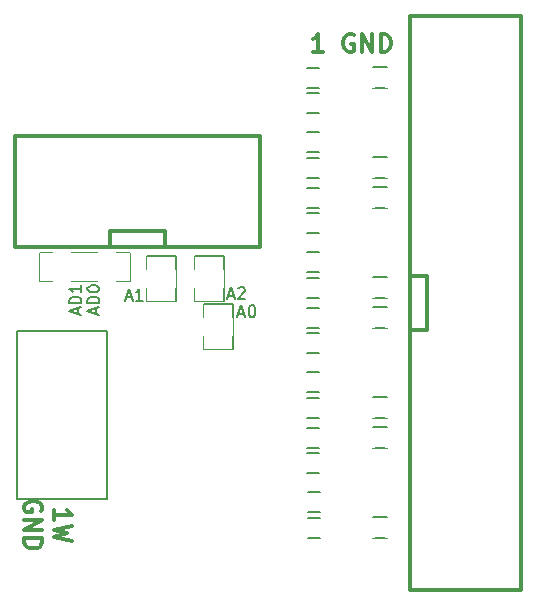
<source format=gbr>
G04 #@! TF.FileFunction,Legend,Top*
%FSLAX46Y46*%
G04 Gerber Fmt 4.6, Leading zero omitted, Abs format (unit mm)*
G04 Created by KiCad (PCBNEW 4.0.5) date 07/26/17 23:20:59*
%MOMM*%
%LPD*%
G01*
G04 APERTURE LIST*
%ADD10C,0.100000*%
%ADD11C,0.300000*%
%ADD12C,0.304800*%
%ADD13C,0.299720*%
%ADD14C,0.150000*%
%ADD15C,0.200000*%
%ADD16O,1.900000X2.400000*%
%ADD17R,1.900000X2.400000*%
%ADD18R,1.900000X1.650000*%
%ADD19R,2.400000X1.400000*%
%ADD20R,2.600000X1.600000*%
%ADD21R,1.900000X1.700000*%
%ADD22R,1.400000X2.400000*%
%ADD23R,1.600000X2.600000*%
%ADD24C,2.000000*%
%ADD25O,2.400000X1.900000*%
%ADD26R,2.400000X1.900000*%
%ADD27C,4.700000*%
G04 APERTURE END LIST*
D10*
D11*
X180571429Y-100678571D02*
X179714286Y-100678571D01*
X180142858Y-100678571D02*
X180142858Y-99178571D01*
X180000001Y-99392857D01*
X179857143Y-99535714D01*
X179714286Y-99607143D01*
X183142857Y-99250000D02*
X183000000Y-99178571D01*
X182785714Y-99178571D01*
X182571429Y-99250000D01*
X182428571Y-99392857D01*
X182357143Y-99535714D01*
X182285714Y-99821429D01*
X182285714Y-100035714D01*
X182357143Y-100321429D01*
X182428571Y-100464286D01*
X182571429Y-100607143D01*
X182785714Y-100678571D01*
X182928571Y-100678571D01*
X183142857Y-100607143D01*
X183214286Y-100535714D01*
X183214286Y-100035714D01*
X182928571Y-100035714D01*
X183857143Y-100678571D02*
X183857143Y-99178571D01*
X184714286Y-100678571D01*
X184714286Y-99178571D01*
X185428572Y-100678571D02*
X185428572Y-99178571D01*
X185785715Y-99178571D01*
X186000000Y-99250000D01*
X186142858Y-99392857D01*
X186214286Y-99535714D01*
X186285715Y-99821429D01*
X186285715Y-100035714D01*
X186214286Y-100321429D01*
X186142858Y-100464286D01*
X186000000Y-100607143D01*
X185785715Y-100678571D01*
X185428572Y-100678571D01*
X157822429Y-140287429D02*
X157822429Y-139430286D01*
X157822429Y-139858858D02*
X159322429Y-139858858D01*
X159108143Y-139716001D01*
X158965286Y-139573143D01*
X158893857Y-139430286D01*
X159322429Y-140787429D02*
X157822429Y-141144572D01*
X158893857Y-141430286D01*
X157822429Y-141716000D01*
X159322429Y-142073143D01*
X156701000Y-139573143D02*
X156772429Y-139430286D01*
X156772429Y-139216000D01*
X156701000Y-139001715D01*
X156558143Y-138858857D01*
X156415286Y-138787429D01*
X156129571Y-138716000D01*
X155915286Y-138716000D01*
X155629571Y-138787429D01*
X155486714Y-138858857D01*
X155343857Y-139001715D01*
X155272429Y-139216000D01*
X155272429Y-139358857D01*
X155343857Y-139573143D01*
X155415286Y-139644572D01*
X155915286Y-139644572D01*
X155915286Y-139358857D01*
X155272429Y-140287429D02*
X156772429Y-140287429D01*
X155272429Y-141144572D01*
X156772429Y-141144572D01*
X155272429Y-141858858D02*
X156772429Y-141858858D01*
X156772429Y-142216001D01*
X156701000Y-142430286D01*
X156558143Y-142573144D01*
X156415286Y-142644572D01*
X156129571Y-142716001D01*
X155915286Y-142716001D01*
X155629571Y-142644572D01*
X155486714Y-142573144D01*
X155343857Y-142430286D01*
X155272429Y-142216001D01*
X155272429Y-141858858D01*
D12*
X154446000Y-117222000D02*
X175246000Y-117222000D01*
X175246000Y-107822000D02*
X154446000Y-107822000D01*
X154446000Y-107822000D02*
X154446000Y-117222000D01*
X175246000Y-107822000D02*
X175246000Y-117222000D01*
D13*
X167146000Y-117222000D02*
X167146000Y-115822000D01*
X167146000Y-115822000D02*
X162546000Y-115822000D01*
X162546000Y-115822000D02*
X162546000Y-117222000D01*
D14*
X180205000Y-104179000D02*
X179205000Y-104179000D01*
X179205000Y-105879000D02*
X180205000Y-105879000D01*
X180205000Y-102020000D02*
X179205000Y-102020000D01*
X179205000Y-103720000D02*
X180205000Y-103720000D01*
X180205000Y-114339000D02*
X179205000Y-114339000D01*
X179205000Y-116039000D02*
X180205000Y-116039000D01*
X180205000Y-112180000D02*
X179205000Y-112180000D01*
X179205000Y-113880000D02*
X180205000Y-113880000D01*
X179205000Y-109181000D02*
X180205000Y-109181000D01*
X180205000Y-107481000D02*
X179205000Y-107481000D01*
X179205000Y-111340000D02*
X180205000Y-111340000D01*
X180205000Y-109640000D02*
X179205000Y-109640000D01*
X179205000Y-119341000D02*
X180205000Y-119341000D01*
X180205000Y-117641000D02*
X179205000Y-117641000D01*
X179205000Y-121500000D02*
X180205000Y-121500000D01*
X180205000Y-119800000D02*
X179205000Y-119800000D01*
X180205000Y-124499000D02*
X179205000Y-124499000D01*
X179205000Y-126199000D02*
X180205000Y-126199000D01*
X180205000Y-122340000D02*
X179205000Y-122340000D01*
X179205000Y-124040000D02*
X180205000Y-124040000D01*
X180205000Y-134659000D02*
X179205000Y-134659000D01*
X179205000Y-136359000D02*
X180205000Y-136359000D01*
X180205000Y-132500000D02*
X179205000Y-132500000D01*
X179205000Y-134200000D02*
X180205000Y-134200000D01*
X179205000Y-129501000D02*
X180205000Y-129501000D01*
X180205000Y-127801000D02*
X179205000Y-127801000D01*
X179205000Y-131660000D02*
X180205000Y-131660000D01*
X180205000Y-129960000D02*
X179205000Y-129960000D01*
X179332000Y-139661000D02*
X180332000Y-139661000D01*
X180332000Y-137961000D02*
X179332000Y-137961000D01*
X179332000Y-141820000D02*
X180332000Y-141820000D01*
X180332000Y-140120000D02*
X179332000Y-140120000D01*
D15*
X172142000Y-117988000D02*
X172142000Y-121788000D01*
X172142000Y-121788000D02*
X169742000Y-121788000D01*
X169742000Y-121788000D02*
X169742000Y-117988000D01*
X169742000Y-117988000D02*
X172142000Y-117988000D01*
X168078000Y-117988000D02*
X168078000Y-121788000D01*
X168078000Y-121788000D02*
X165678000Y-121788000D01*
X165678000Y-121788000D02*
X165678000Y-117988000D01*
X165678000Y-117988000D02*
X168078000Y-117988000D01*
X170504000Y-125852000D02*
X170504000Y-122052000D01*
X170504000Y-122052000D02*
X172904000Y-122052000D01*
X172904000Y-122052000D02*
X172904000Y-125852000D01*
X172904000Y-125852000D02*
X170504000Y-125852000D01*
D14*
X186020000Y-103745000D02*
X184820000Y-103745000D01*
X184820000Y-101995000D02*
X186020000Y-101995000D01*
X186020000Y-113905000D02*
X184820000Y-113905000D01*
X184820000Y-112155000D02*
X186020000Y-112155000D01*
X184820000Y-109615000D02*
X186020000Y-109615000D01*
X186020000Y-111365000D02*
X184820000Y-111365000D01*
X184820000Y-119775000D02*
X186020000Y-119775000D01*
X186020000Y-121525000D02*
X184820000Y-121525000D01*
X186020000Y-124065000D02*
X184820000Y-124065000D01*
X184820000Y-122315000D02*
X186020000Y-122315000D01*
X186020000Y-134225000D02*
X184820000Y-134225000D01*
X184820000Y-132475000D02*
X186020000Y-132475000D01*
X184820000Y-129935000D02*
X186020000Y-129935000D01*
X186020000Y-131685000D02*
X184820000Y-131685000D01*
X184820000Y-140095000D02*
X186020000Y-140095000D01*
X186020000Y-141845000D02*
X184820000Y-141845000D01*
D15*
X164206000Y-120072000D02*
X160406000Y-120072000D01*
X160406000Y-120072000D02*
X160406000Y-117672000D01*
X160406000Y-117672000D02*
X164206000Y-117672000D01*
X164206000Y-117672000D02*
X164206000Y-120072000D01*
X156596000Y-117672000D02*
X160396000Y-117672000D01*
X160396000Y-117672000D02*
X160396000Y-120072000D01*
X160396000Y-120072000D02*
X156596000Y-120072000D01*
X156596000Y-120072000D02*
X156596000Y-117672000D01*
D14*
X162306000Y-124587000D02*
X162306000Y-124333000D01*
X162306000Y-124333000D02*
X154686000Y-124333000D01*
X154686000Y-124333000D02*
X154686000Y-124587000D01*
X162306000Y-134620000D02*
X162306000Y-138557000D01*
X162306000Y-138557000D02*
X154686000Y-138557000D01*
X154686000Y-138557000D02*
X154686000Y-124587000D01*
X162306000Y-124587000D02*
X162306000Y-134620000D01*
D12*
X187959000Y-97620000D02*
X187959000Y-146220000D01*
X197359000Y-146220000D02*
X197359000Y-97620000D01*
X197359000Y-97620000D02*
X187959000Y-97620000D01*
X197359000Y-146220000D02*
X187959000Y-146220000D01*
D13*
X187959000Y-124220000D02*
X189359000Y-124220000D01*
X189359000Y-124220000D02*
X189359000Y-119620000D01*
X189359000Y-119620000D02*
X187959000Y-119620000D01*
D15*
X172513714Y-121324667D02*
X172989905Y-121324667D01*
X172418476Y-121610381D02*
X172751809Y-120610381D01*
X173085143Y-121610381D01*
X173370857Y-120705619D02*
X173418476Y-120658000D01*
X173513714Y-120610381D01*
X173751810Y-120610381D01*
X173847048Y-120658000D01*
X173894667Y-120705619D01*
X173942286Y-120800857D01*
X173942286Y-120896095D01*
X173894667Y-121038952D01*
X173323238Y-121610381D01*
X173942286Y-121610381D01*
X163877714Y-121451667D02*
X164353905Y-121451667D01*
X163782476Y-121737381D02*
X164115809Y-120737381D01*
X164449143Y-121737381D01*
X165306286Y-121737381D02*
X164734857Y-121737381D01*
X165020571Y-121737381D02*
X165020571Y-120737381D01*
X164925333Y-120880238D01*
X164830095Y-120975476D01*
X164734857Y-121023095D01*
X173402714Y-122848667D02*
X173878905Y-122848667D01*
X173307476Y-123134381D02*
X173640809Y-122134381D01*
X173974143Y-123134381D01*
X174497952Y-122134381D02*
X174593191Y-122134381D01*
X174688429Y-122182000D01*
X174736048Y-122229619D01*
X174783667Y-122324857D01*
X174831286Y-122515333D01*
X174831286Y-122753429D01*
X174783667Y-122943905D01*
X174736048Y-123039143D01*
X174688429Y-123086762D01*
X174593191Y-123134381D01*
X174497952Y-123134381D01*
X174402714Y-123086762D01*
X174355095Y-123039143D01*
X174307476Y-122943905D01*
X174259857Y-122753429D01*
X174259857Y-122515333D01*
X174307476Y-122324857D01*
X174355095Y-122229619D01*
X174402714Y-122182000D01*
X174497952Y-122134381D01*
X161329667Y-122880286D02*
X161329667Y-122404095D01*
X161615381Y-122975524D02*
X160615381Y-122642191D01*
X161615381Y-122308857D01*
X161615381Y-121975524D02*
X160615381Y-121975524D01*
X160615381Y-121737429D01*
X160663000Y-121594571D01*
X160758238Y-121499333D01*
X160853476Y-121451714D01*
X161043952Y-121404095D01*
X161186810Y-121404095D01*
X161377286Y-121451714D01*
X161472524Y-121499333D01*
X161567762Y-121594571D01*
X161615381Y-121737429D01*
X161615381Y-121975524D01*
X160615381Y-120785048D02*
X160615381Y-120689809D01*
X160663000Y-120594571D01*
X160710619Y-120546952D01*
X160805857Y-120499333D01*
X160996333Y-120451714D01*
X161234429Y-120451714D01*
X161424905Y-120499333D01*
X161520143Y-120546952D01*
X161567762Y-120594571D01*
X161615381Y-120689809D01*
X161615381Y-120785048D01*
X161567762Y-120880286D01*
X161520143Y-120927905D01*
X161424905Y-120975524D01*
X161234429Y-121023143D01*
X160996333Y-121023143D01*
X160805857Y-120975524D01*
X160710619Y-120927905D01*
X160663000Y-120880286D01*
X160615381Y-120785048D01*
X159805667Y-122880286D02*
X159805667Y-122404095D01*
X160091381Y-122975524D02*
X159091381Y-122642191D01*
X160091381Y-122308857D01*
X160091381Y-121975524D02*
X159091381Y-121975524D01*
X159091381Y-121737429D01*
X159139000Y-121594571D01*
X159234238Y-121499333D01*
X159329476Y-121451714D01*
X159519952Y-121404095D01*
X159662810Y-121404095D01*
X159853286Y-121451714D01*
X159948524Y-121499333D01*
X160043762Y-121594571D01*
X160091381Y-121737429D01*
X160091381Y-121975524D01*
X160091381Y-120451714D02*
X160091381Y-121023143D01*
X160091381Y-120737429D02*
X159091381Y-120737429D01*
X159234238Y-120832667D01*
X159329476Y-120927905D01*
X159377095Y-121023143D01*
%LPC*%
D16*
X169926000Y-114042000D03*
X169926000Y-111002000D03*
X167386000Y-111002000D03*
X167386000Y-114042000D03*
D17*
X159766000Y-114042000D03*
D16*
X159766000Y-111002000D03*
X162306000Y-114042000D03*
X162306000Y-111002000D03*
X164846000Y-114042000D03*
X164846000Y-111002000D03*
D18*
X178455000Y-105029000D03*
X180955000Y-105029000D03*
X178455000Y-102870000D03*
X180955000Y-102870000D03*
X178455000Y-115189000D03*
X180955000Y-115189000D03*
X178455000Y-113030000D03*
X180955000Y-113030000D03*
X180955000Y-108331000D03*
X178455000Y-108331000D03*
X180955000Y-110490000D03*
X178455000Y-110490000D03*
X180955000Y-118491000D03*
X178455000Y-118491000D03*
X180955000Y-120650000D03*
X178455000Y-120650000D03*
X178455000Y-125349000D03*
X180955000Y-125349000D03*
X178455000Y-123190000D03*
X180955000Y-123190000D03*
X178455000Y-135509000D03*
X180955000Y-135509000D03*
X178455000Y-133350000D03*
X180955000Y-133350000D03*
X180955000Y-128651000D03*
X178455000Y-128651000D03*
X180955000Y-130810000D03*
X178455000Y-130810000D03*
X181082000Y-138811000D03*
X178582000Y-138811000D03*
X181082000Y-140970000D03*
X178582000Y-140970000D03*
D19*
X170942000Y-118688000D03*
D20*
X170942000Y-119888000D03*
D19*
X170942000Y-121088000D03*
X166878000Y-118688000D03*
D20*
X166878000Y-119888000D03*
D19*
X166878000Y-121088000D03*
X171704000Y-125152000D03*
D20*
X171704000Y-123952000D03*
D19*
X171704000Y-122752000D03*
D21*
X184070000Y-102870000D03*
X186770000Y-102870000D03*
X184070000Y-113030000D03*
X186770000Y-113030000D03*
X186770000Y-110490000D03*
X184070000Y-110490000D03*
X186770000Y-120650000D03*
X184070000Y-120650000D03*
X184070000Y-123190000D03*
X186770000Y-123190000D03*
X184070000Y-133350000D03*
X186770000Y-133350000D03*
X186770000Y-130810000D03*
X184070000Y-130810000D03*
X186770000Y-140970000D03*
X184070000Y-140970000D03*
D22*
X163506000Y-118872000D03*
D23*
X162306000Y-118872000D03*
D22*
X161106000Y-118872000D03*
X157296000Y-118872000D03*
D23*
X158496000Y-118872000D03*
D22*
X159696000Y-118872000D03*
D24*
X155956000Y-127508000D03*
X155956000Y-132588000D03*
X158496000Y-127508000D03*
X158496000Y-132588000D03*
D25*
X191139000Y-140970000D03*
X194179000Y-140970000D03*
X191139000Y-135890000D03*
X194179000Y-135890000D03*
X194179000Y-138430000D03*
X191139000Y-138430000D03*
X191139000Y-133350000D03*
X194179000Y-133350000D03*
X194179000Y-130810000D03*
X191139000Y-130810000D03*
X191139000Y-128270000D03*
X194179000Y-128270000D03*
X194179000Y-125730000D03*
X191139000Y-125730000D03*
X191139000Y-123190000D03*
X194179000Y-123190000D03*
X194179000Y-120650000D03*
X191139000Y-120650000D03*
X191139000Y-118110000D03*
X194179000Y-118110000D03*
X194179000Y-115570000D03*
X191139000Y-115570000D03*
X191139000Y-113030000D03*
X194179000Y-113030000D03*
X194179000Y-110490000D03*
X191139000Y-110490000D03*
D26*
X191139000Y-102870000D03*
D25*
X194179000Y-102870000D03*
X191139000Y-105410000D03*
X194179000Y-105410000D03*
X191139000Y-107950000D03*
X194179000Y-107950000D03*
D27*
X170180000Y-137160000D03*
X159000000Y-102000000D03*
M02*

</source>
